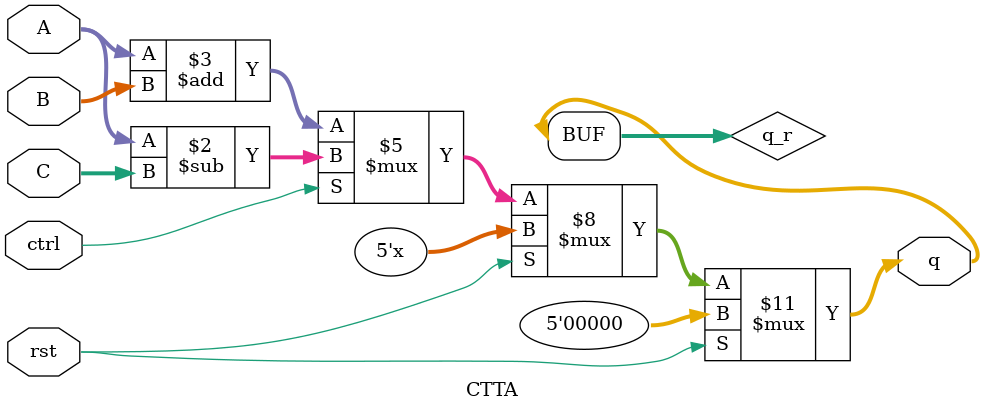
<source format=v>
`timescale 1ns / 1ps


module CTTA(
        input [3:0] A,
        input [3:0] B,
        input [3:0] C,
        input rst,
        input ctrl,
        output [4:0] q
);

//using ctrl to choose which inputs to add
//ctrl = 0: A+B
//ctryl = 1: A-C
//no need clk
//rst = 1: clear output q

reg [4:0]q_r;  
assign q = q_r;

always@* begin 
    if(rst) begin 
        q_r = 0;
        
    end
    else begin 
        if(ctrl) begin 
            q_r = A - C;
        end
        else begin
            q_r = A + B;
            
        end
    end

end






endmodule
</source>
